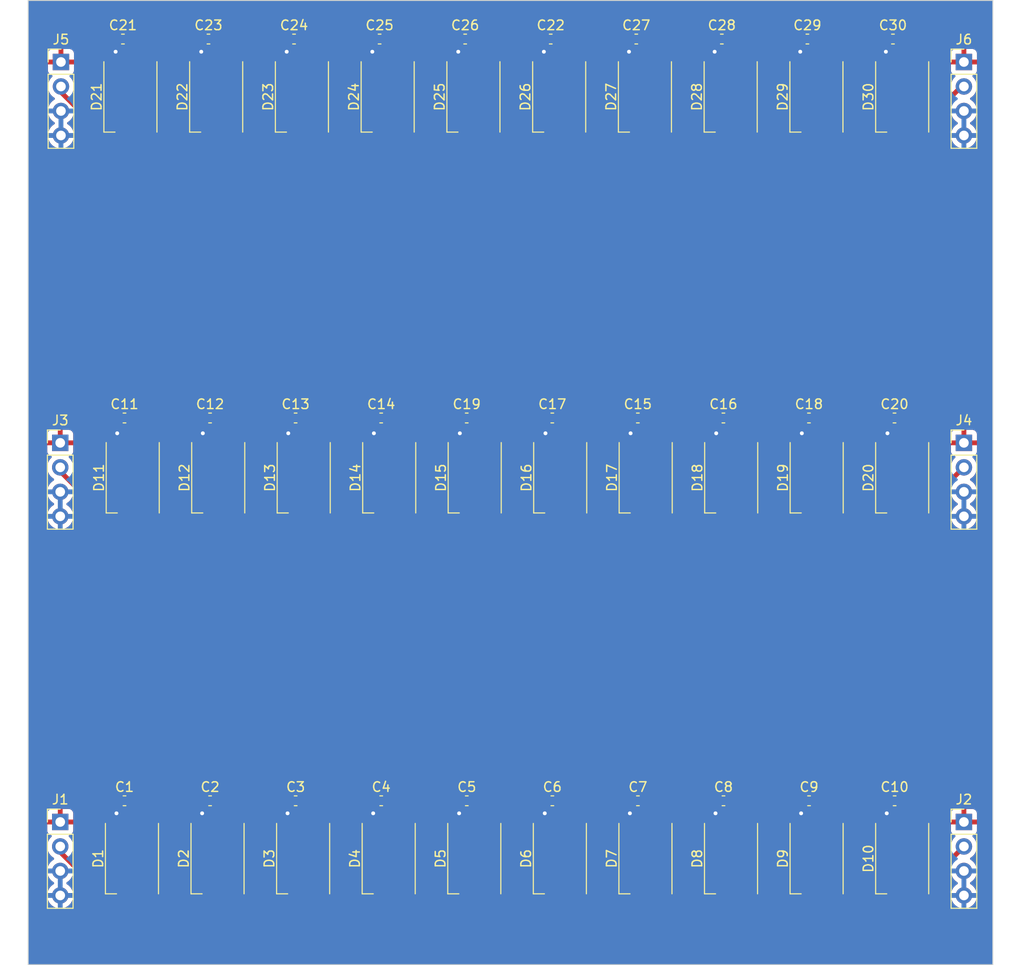
<source format=kicad_pcb>
(kicad_pcb (version 20221018) (generator pcbnew)
  (layers (0 "F.Cu" signal) (31 "B.Cu" signal) (34 "B.Paste" user) (35 "F.Paste" user) (36 "B.SilkS" user "B.Silkscreen") (37 "F.SilkS" user "F.Silkscreen") (38 "B.Mask" user) (39 "F.Mask" user) (44 "Edge.Cuts" user))
  (net 0 "")
  (net 1 "GND")
  (net 2 "/+5V")
  (net 3 "/Din1")
  (net 12 "/Dout1")
  (net 13 "/Dout2")
  (net 14 "/Dout3")
  (net 15 "/Dout4")
  (net 16 "/Dout5")
  (net 17 "/Dout6")
  (net 18 "/Dout7")
  (net 19 "/Dout8")
  (net 20 "/Dout9")
  (net 22 "/Dout10")
  (net 24 "/Dout11")
  (net 26 "/Dout12")
  (net 28 "/Dout13")
  (net 30 "/Dout14")
  (net 32 "/Dout15")
  (net 34 "/Dout16")
  (net 36 "/Dout17")
  (net 38 "/Dout18")
  (net 40 "/Dout19")
  (net 42 "/Dout20")
  (net 44 "/Dout21")
  (net 46 "/Dout22")
  (net 48 "/Dout23")
  (net 50 "/Dout24")
  (net 52 "/Dout25")
  (net 54 "/Dout26")
  (net 56 "/Dout27")
  (net 58 "/Din11")
  (net 59 "/Din21")
  (net 60 "/Dout28")
  (net 62 "/Dout29")
  (net 64 "/Dout30")
  (footprint "LED_SMD:LED_WS2812_PLCC6_5.0x5.0mm_P1.6mm" (layer "F.Cu") (at 190.373333 126 90)
    (fp_text reference "D4")
    (fp_text value "WS2812")
  )
  (footprint "Capacitor_SMD:C_0603_1608Metric" (layer "F.Cu") (at 180.728558 120.002232)
    (fp_text reference "C3")
    (fp_text value "100n")
  )
  (footprint "LED_SMD:LED_WS2812_PLCC6_5.0x5.0mm_P1.6mm" (layer "F.Cu") (at 163.84 86.5 90)
    (fp_text reference "D11")
    (fp_text value "WS2812")
  )
  (footprint "LED_SMD:LED_WS2812_PLCC6_5.0x5.0mm_P1.6mm" (layer "F.Cu") (at 208.15111 86.5 90)
    (fp_text reference "D16")
    (fp_text value "WS2812")
  )
  (footprint "Capacitor_SMD:C_0603_1608Metric" (layer "F.Cu") (at 189.431189 41)
    (fp_text reference "C25")
    (fp_text value "100n")
  )
  (footprint "Capacitor_SMD:C_0603_1608Metric" (layer "F.Cu") (at 233.94728 120.002232)
    (fp_text reference "C9")
    (fp_text value "100n")
  )
  (footprint "LED_SMD:LED_WS2812_PLCC6_5.0x5.0mm_P1.6mm" (layer "F.Cu") (at 181.377776 47 90)
    (fp_text reference "D23")
    (fp_text value "WS2812")
  )
  (footprint "LED_SMD:LED_WS2812_PLCC6_5.0x5.0mm_P1.6mm" (layer "F.Cu") (at 243.6 126 90)
    (fp_text reference "D10")
    (fp_text value "WS2812")
  )
  (footprint "Connector_PinHeader_2.54mm:PinHeader_1x04_P2.54mm_Vertical" (layer "F.Cu") (at 250 82.88)
    (fp_text reference "J4")
    (fp_text value "Conn_01x04_Pin")
  )
  (footprint "LED_SMD:LED_WS2812_PLCC6_5.0x5.0mm_P1.6mm" (layer "F.Cu") (at 225.822216 47 90)
    (fp_text reference "D28")
    (fp_text value "WS2812")
  )
  (footprint "LED_SMD:LED_WS2812_PLCC6_5.0x5.0mm_P1.6mm" (layer "F.Cu") (at 217.013332 86.5 90)
    (fp_text reference "D17")
    (fp_text value "WS2812")
  )
  (footprint "Capacitor_SMD:C_0603_1608Metric" (layer "F.Cu") (at 242.806192 80.3)
    (fp_text reference "C20")
    (fp_text value "100n")
  )
  (footprint "LED_SMD:LED_WS2812_PLCC6_5.0x5.0mm_P1.6mm" (layer "F.Cu") (at 225.875554 86.5 90)
    (fp_text reference "D18")
    (fp_text value "WS2812")
  )
  (footprint "LED_SMD:LED_WS2812_PLCC6_5.0x5.0mm_P1.6mm" (layer "F.Cu") (at 163.6 47 90)
    (fp_text reference "D21")
    (fp_text value "WS2812")
  )
  (footprint "Capacitor_SMD:C_0603_1608Metric" (layer "F.Cu") (at 207.331272 80.3)
    (fp_text reference "C17")
    (fp_text value "100n")
  )
  (footprint "LED_SMD:LED_WS2812_PLCC6_5.0x5.0mm_P1.6mm" (layer "F.Cu") (at 225.857777 126 90)
    (fp_text reference "D8")
    (fp_text value "WS2812")
  )
  (footprint "LED_SMD:LED_WS2812_PLCC6_5.0x5.0mm_P1.6mm" (layer "F.Cu") (at 243.6 86.5 90)
    (fp_text reference "D20")
    (fp_text value "WS2812")
  )
  (footprint "Capacitor_SMD:C_0603_1608Metric" (layer "F.Cu") (at 225.068728 80.3)
    (fp_text reference "C16")
    (fp_text value "100n")
  )
  (footprint "Capacitor_SMD:C_0603_1608Metric" (layer "F.Cu") (at 216.207706 120.002232)
    (fp_text reference "C7")
    (fp_text value "100n")
  )
  (footprint "Connector_PinHeader_2.54mm:PinHeader_1x04_P2.54mm_Vertical" (layer "F.Cu") (at 156.4 43.38)
    (fp_text reference "J5")
    (fp_text value "Conn_01x04_Pin")
  )
  (footprint "LED_SMD:LED_WS2812_PLCC6_5.0x5.0mm_P1.6mm" (layer "F.Cu") (at 172.702222 86.5 90)
    (fp_text reference "D12")
    (fp_text value "WS2812")
  )
  (footprint "LED_SMD:LED_WS2812_PLCC6_5.0x5.0mm_P1.6mm" (layer "F.Cu") (at 216.986666 126 90)
    (fp_text reference "D7")
    (fp_text value "WS2812")
  )
  (footprint "Capacitor_SMD:C_0603_1608Metric" (layer "F.Cu") (at 242.644063 41)
    (fp_text reference "C30")
    (fp_text value "100n")
  )
  (footprint "Capacitor_SMD:C_0603_1608Metric" (layer "F.Cu") (at 171.85636 80.3)
    (fp_text reference "C12")
    (fp_text value "100n")
  )
  (footprint "Connector_PinHeader_2.54mm:PinHeader_1x04_P2.54mm_Vertical" (layer "F.Cu") (at 250 43.38)
    (fp_text reference "J6")
    (fp_text value "Conn_01x04_Pin")
  )
  (footprint "LED_SMD:LED_WS2812_PLCC6_5.0x5.0mm_P1.6mm" (layer "F.Cu") (at 181.564444 86.5 90)
    (fp_text reference "D13")
    (fp_text value "WS2812")
  )
  (footprint "Capacitor_SMD:C_0603_1608Metric" (layer "F.Cu") (at 171.693567 41)
    (fp_text reference "C23")
    (fp_text value "100n")
  )
  (footprint "Capacitor_SMD:C_0603_1608Metric" (layer "F.Cu") (at 198.3 41)
    (fp_text reference "C26")
    (fp_text value "100n")
  )
  (footprint "Connector_PinHeader_2.54mm:PinHeader_1x04_P2.54mm_Vertical" (layer "F.Cu") (at 156.325303 122.2)
    (fp_text reference "J1")
    (fp_text value "Conn_01x04_Pin")
  )
  (footprint "LED_SMD:LED_WS2812_PLCC6_5.0x5.0mm_P1.6mm" (layer "F.Cu") (at 216.933328 47 90)
    (fp_text reference "D27")
    (fp_text value "WS2812")
  )
  (footprint "Capacitor_SMD:C_0603_1608Metric" (layer "F.Cu") (at 189.593816 80.3)
    (fp_text reference "C14")
    (fp_text value "100n")
  )
  (footprint "LED_SMD:LED_WS2812_PLCC6_5.0x5.0mm_P1.6mm" (layer "F.Cu") (at 234.737776 86.5 90)
    (fp_text reference "D19")
    (fp_text value "WS2812")
  )
  (footprint "LED_SMD:LED_WS2812_PLCC6_5.0x5.0mm_P1.6mm" (layer "F.Cu") (at 190.266664 47 90)
    (fp_text reference "D24")
    (fp_text value "WS2812")
  )
  (footprint "Capacitor_SMD:C_0603_1608Metric" (layer "F.Cu") (at 225.077493 120.002232)
    (fp_text reference "C8")
    (fp_text value "100n")
  )
  (footprint "Capacitor_SMD:C_0603_1608Metric" (layer "F.Cu") (at 233.775244 41)
    (fp_text reference "C29")
    (fp_text value "100n")
  )
  (footprint "Capacitor_SMD:C_0603_1608Metric" (layer "F.Cu") (at 207.168811 41)
    (fp_text reference "C22")
    (fp_text value "100n")
  )
  (footprint "Capacitor_SMD:C_0603_1608Metric" (layer "F.Cu") (at 207.337919 120.002232)
    (fp_text reference "C6")
    (fp_text value "100n")
  )
  (footprint "Capacitor_SMD:C_0603_1608Metric" (layer "F.Cu") (at 180.562378 41)
    (fp_text reference "C24")
    (fp_text value "100n")
  )
  (footprint "Capacitor_SMD:C_0603_1608Metric" (layer "F.Cu") (at 198.468132 120.002232)
    (fp_text reference "C5")
    (fp_text value "100n")
  )
  (footprint "Capacitor_SMD:C_0603_1608Metric" (layer "F.Cu") (at 180.725088 80.3)
    (fp_text reference "C13")
    (fp_text value "100n")
  )
  (footprint "LED_SMD:LED_WS2812_PLCC6_5.0x5.0mm_P1.6mm" (layer "F.Cu") (at 234.728888 126 90)
    (fp_text reference "D9")
    (fp_text value "WS2812")
  )
  (footprint "LED_SMD:LED_WS2812_PLCC6_5.0x5.0mm_P1.6mm" (layer "F.Cu") (at 181.502222 126 90)
    (fp_text reference "D3")
    (fp_text value "WS2812")
  )
  (footprint "LED_SMD:LED_WS2812_PLCC6_5.0x5.0mm_P1.6mm" (layer "F.Cu") (at 163.76 126 90)
    (fp_text reference "D1")
    (fp_text value "WS2812")
  )
  (footprint "Connector_PinHeader_2.54mm:PinHeader_1x04_P2.54mm_Vertical" (layer "F.Cu") (at 250 122.2)
    (fp_text reference "J2")
    (fp_text value "Conn_01x04_Pin")
  )
  (footprint "LED_SMD:LED_WS2812_PLCC6_5.0x5.0mm_P1.6mm" (layer "F.Cu") (at 199.155552 47 90)
    (fp_text reference "D25")
    (fp_text value "WS2812")
  )
  (footprint "Capacitor_SMD:C_0603_1608Metric" (layer "F.Cu") (at 242.817075 120.002232)
    (fp_text reference "C10")
    (fp_text value "100n")
  )
  (footprint "LED_SMD:LED_WS2812_PLCC6_5.0x5.0mm_P1.6mm" (layer "F.Cu") (at 208.04444 47 90)
    (fp_text reference "D26")
    (fp_text value "WS2812")
  )
  (footprint "Capacitor_SMD:C_0603_1608Metric" (layer "F.Cu") (at 162.824756 41)
    (fp_text reference "C21")
    (fp_text value "100n")
  )
  (footprint "Capacitor_SMD:C_0603_1608Metric" (layer "F.Cu") (at 198.462544 80.3)
    (fp_text reference "C19")
    (fp_text value "100n")
  )
  (footprint "Capacitor_SMD:C_0603_1608Metric" (layer "F.Cu") (at 189.598345 120.002232)
    (fp_text reference "C4")
    (fp_text value "100n")
  )
  (footprint "Capacitor_SMD:C_0603_1608Metric" (layer "F.Cu") (at 162.988984 120)
    (fp_text reference "C1")
    (fp_text value "100n")
  )
  (footprint "LED_SMD:LED_WS2812_PLCC6_5.0x5.0mm_P1.6mm" (layer "F.Cu") (at 208.115555 126 90)
    (fp_text reference "D6")
    (fp_text value "WS2812")
  )
  (footprint "LED_SMD:LED_WS2812_PLCC6_5.0x5.0mm_P1.6mm" (layer "F.Cu") (at 243.6 47 90)
    (fp_text reference "D30")
    (fp_text value "WS2812")
  )
  (footprint "Connector_PinHeader_2.54mm:PinHeader_1x04_P2.54mm_Vertical" (layer "F.Cu") (at 156.325303 82.88)
    (fp_text reference "J3")
    (fp_text value "Conn_01x04_Pin")
  )
  (footprint "LED_SMD:LED_WS2812_PLCC6_5.0x5.0mm_P1.6mm" (layer "F.Cu") (at 172.488888 47 90)
    (fp_text reference "D22")
    (fp_text value "WS2812")
  )
  (footprint "Capacitor_SMD:C_0603_1608Metric" (layer "F.Cu") (at 233.937456 80.3)
    (fp_text reference "C18")
    (fp_text value "100n")
  )
  (footprint "Capacitor_SMD:C_0603_1608Metric" (layer "F.Cu") (at 171.858771 120.002232)
    (fp_text reference "C2")
    (fp_text value "100n")
  )
  (footprint "LED_SMD:LED_WS2812_PLCC6_5.0x5.0mm_P1.6mm" (layer "F.Cu") (at 199.244444 126 90)
    (fp_text reference "D5")
    (fp_text value "WS2812")
  )
  (footprint "Capacitor_SMD:C_0603_1608Metric" (layer "F.Cu") (at 216.037622 41)
    (fp_text reference "C27")
    (fp_text value "100n")
  )
  (footprint "LED_SMD:LED_WS2812_PLCC6_5.0x5.0mm_P1.6mm" (layer "F.Cu") (at 172.631111 126 90)
    (fp_text reference "D2")
    (fp_text value "WS2812")
  )
  (footprint "Capacitor_SMD:C_0603_1608Metric" (layer "F.Cu") (at 216.2 80.3)
    (fp_text reference "C15")
    (fp_text value "100n")
  )
  (footprint "Capacitor_SMD:C_0603_1608Metric" (layer "F.Cu") (at 162.987632 80.3)
    (fp_text reference "C11")
    (fp_text value "100n")
  )
  (footprint "LED_SMD:LED_WS2812_PLCC6_5.0x5.0mm_P1.6mm" (layer "F.Cu") (at 199.288888 86.5 90)
    (fp_text reference "D15")
    (fp_text value "WS2812")
  )
  (footprint "Capacitor_SMD:C_0603_1608Metric" (layer "F.Cu") (at 224.906433 41)
    (fp_text reference "C28")
    (fp_text value "100n")
  )
  (footprint "LED_SMD:LED_WS2812_PLCC6_5.0x5.0mm_P1.6mm" (layer "F.Cu") (at 190.426666 86.5 90)
    (fp_text reference "D14")
    (fp_text value "WS2812")
  )
  (footprint "LED_SMD:LED_WS2812_PLCC6_5.0x5.0mm_P1.6mm" (layer "F.Cu") (at 234.711104 47 90)
    (fp_text reference "D29")
    (fp_text value "WS2812")
  )
  (gr_rect (start 153 37) (end 253 137) (stroke (width 0.1)) (fill none) (layer "Edge.Cuts"))
  (segment (start 197.747411 80.607758) (end 197.766749 80.58842) (width 0.5) (layer "F.Cu") (net 1))
  (segment (start 206.55 123.515555) (end 206.515555 123.55) (width 0.5) (layer "F.Cu") (net 1))
  (segment (start 170.942272 41.068199) (end 170.993537 41.016934) (width 0.5) (layer "F.Cu") (net 1))
  (segment (start 179.889472 121.300173) (end 179.889472 120.066318) (width 0.5) (layer "F.Cu") (net 1))
  (segment (start 215.447411 81.886361) (end 215.447411 80.647332) (width 0.5) (layer "F.Cu") (net 1))
  (segment (start 197.673794 121.300173) (end 197.673794 123.52065) (width 0.5) (layer "F.Cu") (net 1))
  (segment (start 224.323617 81.886361) (end 224.323617 80.640913) (width 0.5) (layer "F.Cu") (net 1))
  (segment (start 179.963089 80.652506) (end 180.027175 80.58842) (width 0.5) (layer "F.Cu") (net 1))
  (segment (start 215.447411 80.647332) (end 215.506323 80.58842) (width 0.5) (layer "F.Cu") (net 1))
  (segment (start 188.839295 81.886361) (end 188.839295 80.646087) (width 0.5) (layer "F.Cu") (net 1))
  (segment (start 188.765678 121.300173) (end 188.765678 123.542345) (width 0.5) (layer "F.Cu") (net 1))
  (segment (start 224.159766 42.314875) (end 224.159766 44.556925) (width 0.5) (layer "F.Cu") (net 1))
  (segment (start 179.799238 42.314875) (end 179.799238 44.551952) (width 0.5) (layer "F.Cu") (net 1))
  (segment (start 179.799238 41.08102) (end 179.863324 41.016934) (width 0.5) (layer "F.Cu") (net 1))
  (segment (start 188.765678 121.300173) (end 188.765678 120.059899) (width 0.5) (layer "F.Cu") (net 1))
  (segment (start 241.909766 41.059009) (end 241.951841 41.016934) (width 0.5) (layer "F.Cu") (net 1))
  (segment (start 242.073617 81.886361) (end 242.073617 84.136188) (width 0.5) (layer "F.Cu") (net 1))
  (segment (start 188.765678 120.059899) (end 188.823345 120.002232) (width 0.5) (layer "F.Cu") (net 1))
  (segment (start 233.123794 121.300173) (end 233.123794 120.050718) (width 0.5) (layer "F.Cu") (net 1))
  (segment (start 179.889472 121.300173) (end 179.889472 123.53725) (width 0.5) (layer "F.Cu") (net 1))
  (segment (start 224.25 121.300173) (end 224.25 123.542223) (width 0.5) (layer "F.Cu") (net 1))
  (segment (start 215.373794 123.537128) (end 215.386666 123.55) (width 0.5) (layer "F.Cu") (net 1))
  (segment (start 179.889472 123.53725) (end 179.902222 123.55) (width 0.5) (layer "F.Cu") (net 1))
  (segment (start 197.58356 42.314875) (end 197.58356 41.036272) (width 0.5) (layer "F.Cu") (net 1))
  (segment (start 179.963089 81.886361) (end 179.963089 84.123438) (width 0.5) (layer "F.Cu") (net 1))
  (segment (start 215.28356 41.075846) (end 215.342472 41.016934) (width 0.5) (layer "F.Cu") (net 1))
  (segment (start 206.55 121.300173) (end 206.55 120.015151) (width 0.5) (layer "F.Cu") (net 1))
  (segment (start 162.1563 123.5463) (end 162.16 123.55) (width 0.5) (layer "F.Cu") (net 1))
  (segment (start 162.229917 81.886361) (end 162.229917 84.132488) (width 0.5) (layer "F.Cu") (net 1))
  (segment (start 162.229917 80.643872) (end 162.287601 80.586188) (width 0.5) (layer "F.Cu") (net 1))
  (segment (start 162.1563 121.300173) (end 162.1563 123.5463) (width 0.5) (layer "F.Cu") (net 1))
  (segment (start 188.765678 123.542345) (end 188.773333 123.55) (width 0.5) (layer "F.Cu") (net 1))
  (segment (start 188.675444 42.314875) (end 188.675444 41.074601) (width 0.5) (layer "F.Cu") (net 1))
  (segment (start 241.909766 42.314875) (end 241.909766 44.564702) (width 0.5) (layer "F.Cu") (net 1))
  (segment (start 197.747411 81.886361) (end 197.747411 80.607758) (width 0.5) (layer "F.Cu") (net 1))
  (segment (start 162.066066 41.072386) (end 162.12375 41.014702) (width 0.5) (layer "F.Cu") (net 1))
  (segment (start 242.073617 81.886361) (end 242.073617 80.630495) (width 0.5) (layer "F.Cu") (net 1))
  (segment (start 162.066066 42.314875) (end 162.066066 41.072386) (width 0.5) (layer "F.Cu") (net 1))
  (segment (start 197.673794 120.02157) (end 197.693132 120.002232) (width 0.5) (layer "F.Cu") (net 1))
  (segment (start 162.1563 120.057684) (end 162.213984 120) (width 0.5) (layer "F.Cu") (net 1))
  (segment (start 233.03356 41.06542) (end 233.082046 41.016934) (width 0.5) (layer "F.Cu") (net 1))
  (segment (start 215.373794 120.061144) (end 215.432706 120.002232) (width 0.5) (layer "F.Cu") (net 1))
  (segment (start 215.447411 81.886361) (end 215.447411 84.123316) (width 0.5) (layer "F.Cu") (net 1))
  (segment (start 233.123794 121.300173) (end 233.123794 123.544906) (width 0.5) (layer "F.Cu") (net 1))
  (segment (start 206.459766 42.314875) (end 206.459766 41.029853) (width 0.5) (layer "F.Cu") (net 1))
  (segment (start 242 120.044307) (end 242.042075 120.002232) (width 0.5) (layer "F.Cu") (net 1))
  (segment (start 206.459766 41.029853) (end 206.472685 41.016934) (width 0.5) (layer "F.Cu") (net 1))
  (segment (start 241.909766 42.314875) (end 241.909766 41.059009) (width 0.5) (layer "F.Cu") (net 1))
  (segment (start 233.123794 123.544906) (end 233.128888 123.55) (width 0.5) (layer "F.Cu") (net 1))
  (segment (start 224.25 123.542223) (end 224.257777 123.55) (width 0.5) (layer "F.Cu") (net 1))
  (segment (start 162.066066 42.314875) (end 162.066066 44.561002) (width 0.5) (layer "F.Cu") (net 1))
  (segment (start 224.323617 80.640913) (end 224.37611 80.58842) (width 0.5) (layer "F.Cu") (net 1))
  (segment (start 171.032506 121.300173) (end 171.032506 123.548605) (width 0.5) (layer "F.Cu") (net 1))
  (segment (start 224.159766 41.069427) (end 224.212259 41.016934) (width 0.5) (layer "F.Cu") (net 1))
  (segment (start 179.799238 42.314875) (end 179.799238 41.08102) (width 0.5) (layer "F.Cu") (net 1))
  (segment (start 233.197411 80.636906) (end 233.245897 80.58842) (width 0.5) (layer "F.Cu") (net 1))
  (segment (start 233.03356 42.314875) (end 233.03356 44.559608) (width 0.5) (layer "F.Cu") (net 1))
  (segment (start 171.106123 81.886361) (end 171.106123 84.134793) (width 0.5) (layer "F.Cu") (net 1))
  (segment (start 233.197411 81.886361) (end 233.197411 84.131094) (width 0.5) (layer "F.Cu") (net 1))
  (segment (start 162.229917 81.886361) (end 162.229917 80.643872) (width 0.5) (layer "F.Cu") (net 1))
  (segment (start 215.373794 121.300173) (end 215.373794 120.061144) (width 0.5) (layer "F.Cu") (net 1))
  (segment (start 206.623617 81.886361) (end 206.623617 80.601339) (width 0.5) (layer "F.Cu") (net 1))
  (segment (start 224.25 120.054725) (end 224.302493 120.002232) (width 0.5) (layer "F.Cu") (net 1))
  (segment (start 179.889472 120.066318) (end 179.953558 120.002232) (width 0.5) (layer "F.Cu") (net 1))
  (segment (start 215.373794 121.300173) (end 215.373794 123.537128) (width 0.5) (layer "F.Cu") (net 1))
  (segment (start 170.942272 42.314875) (end 170.942272 44.563307) (width 0.5) (layer "F.Cu") (net 1))
  (segment (start 242 121.300173) (end 242 120.044307) (width 0.5) (layer "F.Cu") (net 1))
  (segment (start 188.839295 80.646087) (end 188.896962 80.58842) (width 0.5) (layer "F.Cu") (net 1))
  (segment (start 206.459766 42.314875) (end 206.459766 44.530257) (width 0.5) (layer "F.Cu") (net 1))
  (segment (start 179.963089 81.886361) (end 179.963089 80.652506) (width 0.5) (layer "F.Cu") (net 1))
  (segment (start 162.1563 121.300173) (end 162.1563 120.057684) (width 0.5) (layer "F.Cu") (net 1))
  (segment (start 224.323617 81.886361) (end 224.323617 84.128411) (width 0.5) (layer "F.Cu") (net 1))
  (segment (start 171.032506 123.548605) (end 171.031111 123.55) (width 0.5) (layer "F.Cu") (net 1))
  (segment (start 171.032506 120.053497) (end 171.083771 120.002232) (width 0.5) (layer "F.Cu") (net 1))
  (segment (start 197.58356 42.314875) (end 197.58356 44.535352) (width 0.5) (layer "F.Cu") (net 1))
  (segment (start 233.197411 81.886361) (end 233.197411 80.636906) (width 0.5) (layer "F.Cu") (net 1))
  (segment (start 242 121.300173) (end 242 123.55) (width 0.5) (layer "F.Cu") (net 1))
  (segment (start 171.106123 81.886361) (end 171.106123 80.639685) (width 0.5) (layer "F.Cu") (net 1))
  (segment (start 224.25 121.300173) (end 224.25 120.054725) (width 0.5) (layer "F.Cu") (net 1))
  (segment (start 206.55 121.300173) (end 206.55 123.515555) (width 0.5) (layer "F.Cu") (net 1))
  (segment (start 224.159766 42.314875) (end 224.159766 41.069427) (width 0.5) (layer "F.Cu") (net 1))
  (segment (start 233.123794 120.050718) (end 233.17228 120.002232) (width 0.5) (layer "F.Cu") (net 1))
  (segment (start 171.032506 121.300173) (end 171.032506 120.053497) (width 0.5) (layer "F.Cu") (net 1))
  (segment (start 188.675444 41.074601) (end 188.733111 41.016934) (width 0.5) (layer "F.Cu") (net 1))
  (segment (start 197.673794 121.300173) (end 197.673794 120.02157) (width 0.5) (layer "F.Cu") (net 1))
  (segment (start 215.28356 42.314875) (end 215.28356 41.075846) (width 0.5) (layer "F.Cu") (net 1))
  (segment (start 233.03356 42.314875) (end 233.03356 41.06542) (width 0.5) (layer "F.Cu") (net 1))
  (segment (start 188.675444 42.314875) (end 188.675444 44.557047) (width 0.5) (layer "F.Cu") (net 1))
  (segment (start 197.673794 123.52065) (end 197.644444 123.55) (width 0.5) (layer "F.Cu") (net 1))
  (segment (start 206.623617 80.601339) (end 206.636536 80.58842) (width 0.5) (layer "F.Cu") (net 1))
  (segment (start 197.747411 81.886361) (end 197.747411 84.106838) (width 0.5) (layer "F.Cu") (net 1))
  (segment (start 197.58356 41.036272) (end 197.602898 41.016934) (width 0.5) (layer "F.Cu") (net 1))
  (segment (start 188.839295 81.886361) (end 188.839295 84.128533) (width 0.5) (layer "F.Cu") (net 1))
  (segment (start 206.623617 81.886361) (end 206.623617 84.101743) (width 0.5) (layer "F.Cu") (net 1))
  (segment (start 215.28356 42.314875) (end 215.28356 44.55183) (width 0.5) (layer "F.Cu") (net 1))
  (segment (start 206.55 120.015151) (end 206.562919 120.002232) (width 0.5) (layer "F.Cu") (net 1))
  (segment (start 170.942272 42.314875) (end 170.942272 41.068199) (width 0.5) (layer "F.Cu") (net 1))
  (segment (start 171.106123 80.639685) (end 171.157388 80.58842) (width 0.5) (layer "F.Cu") (net 1))
  (segment (start 242.073617 80.630495) (end 242.115692 80.58842) (width 0.5) (layer "F.Cu") (net 1))
  (via (at 188.765678 121.300173) (size 0.8) (drill 0.4) (layers "F.Cu" "B.Cu") (net 1))
  (via (at 170.942272 42.314875) (size 0.8) (drill 0.4) (layers "F.Cu" "B.Cu") (net 1))
  (via (at 215.28356 42.314875) (size 0.8) (drill 0.4) (layers "F.Cu" "B.Cu") (net 1))
  (via (at 171.106123 81.886361) (size 0.8) (drill 0.4) (layers "F.Cu" "B.Cu") (net 1))
  (via (at 206.459766 42.314875) (size 0.8) (drill 0.4) (layers "F.Cu" "B.Cu") (net 1))
  (via (at 162.229917 81.886361) (size 0.8) (drill 0.4) (layers "F.Cu" "B.Cu") (net 1))
  (via (at 179.889472 121.300173) (size 0.8) (drill 0.4) (layers "F.Cu" "B.Cu") (net 1))
  (via (at 179.963089 81.886361) (size 0.8) (drill 0.4) (layers "F.Cu" "B.Cu") (net 1))
  (via (at 233.03356 42.314875) (size 0.8) (drill 0.4) (layers "F.Cu" "B.Cu") (net 1))
  (via (at 215.373794 121.300173) (size 0.8) (drill 0.4) (layers "F.Cu" "B.Cu") (net 1))
  (via (at 197.673794 121.300173) (size 0.8) (drill 0.4) (layers "F.Cu" "B.Cu") (net 1))
  (via (at 224.25 121.300173) (size 0.8) (drill 0.4) (layers "F.Cu" "B.Cu") (net 1))
  (via (at 241.909766 42.314875) (size 0.8) (drill 0.4) (layers "F.Cu" "B.Cu") (net 1))
  (via (at 215.447411 81.886361) (size 0.8) (drill 0.4) (layers "F.Cu" "B.Cu") (net 1))
  (via (at 224.159766 42.314875) (size 0.8) (drill 0.4) (layers "F.Cu" "B.Cu") (net 1))
  (via (at 197.58356 42.314875) (size 0.8) (drill 0.4) (layers "F.Cu" "B.Cu") (net 1))
  (via (at 188.839295 81.886361) (size 0.8) (drill 0.4) (layers "F.Cu" "B.Cu") (net 1))
  (via (at 162.1563 121.300173) (size 0.8) (drill 0.4) (layers "F.Cu" "B.Cu") (net 1))
  (via (at 242 121.300173) (size 0.8) (drill 0.4) (layers "F.Cu" "B.Cu") (net 1))
  (via (at 224.323617 81.886361) (size 0.8) (drill 0.4) (layers "F.Cu" "B.Cu") (net 1))
  (via (at 197.747411 81.886361) (size 0.8) (drill 0.4) (layers "F.Cu" "B.Cu") (net 1))
  (via (at 162.066066 42.314875) (size 0.8) (drill 0.4) (layers "F.Cu" "B.Cu") (net 1))
  (via (at 171.032506 121.300173) (size 0.8) (drill 0.4) (layers "F.Cu" "B.Cu") (net 1))
  (via (at 242.073617 81.886361) (size 0.8) (drill 0.4) (layers "F.Cu" "B.Cu") (net 1))
  (via (at 206.623617 81.886361) (size 0.8) (drill 0.4) (layers "F.Cu" "B.Cu") (net 1))
  (via (at 179.799238 42.314875) (size 0.8) (drill 0.4) (layers "F.Cu" "B.Cu") (net 1))
  (via (at 233.123794 121.300173) (size 0.8) (drill 0.4) (layers "F.Cu" "B.Cu") (net 1))
  (via (at 206.55 121.300173) (size 0.8) (drill 0.4) (layers "F.Cu" "B.Cu") (net 1))
  (via (at 188.675444 42.314875) (size 0.8) (drill 0.4) (layers "F.Cu" "B.Cu") (net 1))
  (via (at 233.197411 81.886361) (size 0.8) (drill 0.4) (layers "F.Cu" "B.Cu") (net 1))
  (segment (start 217.060283 80.59238) (end 217.056323 80.58842) (width 0.5) (layer "F.Cu") (net 2))
  (segment (start 225.931394 80.593704) (end 225.92611 80.58842) (width 0.5) (layer "F.Cu") (net 2))
  (segment (start 225.857777 120.007516) (end 225.852493 120.002232) (width 0.5) (layer "F.Cu") (net 2))
  (segment (start 181.503558 123.548664) (end 181.502222 123.55) (width 0.5) (layer "F.Cu") (net 2))
  (segment (start 225.857777 123.55) (end 225.857777 120.007516) (width 0.5) (layer "F.Cu") (net 2))
  (segment (start 208.112919 123.547364) (end 208.115555 123.55) (width 0.5) (layer "F.Cu") (net 2))
  (segment (start 172.707388 80.58842) (end 172.707388 84.133528) (width 0.5) (layer "F.Cu") (net 2))
  (segment (start 172.633771 120.002232) (end 172.633771 123.54734) (width 0.5) (layer "F.Cu") (net 2))
  (segment (start 234.728888 123.55) (end 234.728888 120.00884) (width 0.5) (layer "F.Cu") (net 2))
  (segment (start 172.543537 41.016934) (end 172.543537 44.562042) (width 0.5) (layer "F.Cu") (net 2))
  (segment (start 208.186536 80.58842) (end 208.186536 84.133552) (width 0.5) (layer "F.Cu") (net 2))
  (segment (start 234.638654 44.564702) (end 234.638654 41.023542) (width 0.5) (layer "F.Cu") (net 2))
  (segment (start 234.802505 84.136188) (end 234.802505 80.595028) (width 0.5) (layer "F.Cu") (net 2))
  (segment (start 217.060283 84.136188) (end 217.060283 80.59238) (width 0.5) (layer "F.Cu") (net 2))
  (segment (start 243.509766 41.024859) (end 243.501841 41.016934) (width 0.5) (layer "F.Cu") (net 2))
  (segment (start 216.986666 123.55) (end 216.986666 120.006192) (width 0.5) (layer "F.Cu") (net 2))
  (segment (start 181.577175 80.58842) (end 181.577175 84.134852) (width 0.5) (layer "F.Cu") (net 2))
  (segment (start 181.413324 41.016934) (end 181.413324 44.563366) (width 0.5) (layer "F.Cu") (net 2))
  (segment (start 199.243132 123.548688) (end 199.244444 123.55) (width 0.5) (layer "F.Cu") (net 2))
  (segment (start 163.837601 80.586188) (end 163.837601 84.132204) (width 0.5) (layer "F.Cu") (net 2))
  (segment (start 243.6 123.55) (end 243.6 120.010157) (width 0.5) (layer "F.Cu") (net 2))
  (segment (start 199.316749 80.58842) (end 199.316749 84.134876) (width 0.5) (layer "F.Cu") (net 2))
  (segment (start 190.446962 80.58842) (end 190.446962 84.136176) (width 0.5) (layer "F.Cu") (net 2))
  (segment (start 181.503558 120.002232) (end 181.503558 123.548664) (width 0.5) (layer "F.Cu") (net 2))
  (segment (start 163.763984 120) (end 163.763984 123.546016) (width 0.5) (layer "F.Cu") (net 2))
  (segment (start 216.896432 41.020894) (end 216.892472 41.016934) (width 0.5) (layer "F.Cu") (net 2))
  (segment (start 190.373345 123.549988) (end 190.373333 123.55) (width 0.5) (layer "F.Cu") (net 2))
  (segment (start 243.509766 44.564702) (end 243.509766 41.024859) (width 0.5) (layer "F.Cu") (net 2))
  (segment (start 190.373345 120.002232) (end 190.373345 123.549988) (width 0.5) (layer "F.Cu") (net 2))
  (segment (start 208.112919 120.002232) (end 208.112919 123.547364) (width 0.5) (layer "F.Cu") (net 2))
  (segment (start 225.767543 41.022218) (end 225.762259 41.016934) (width 0.5) (layer "F.Cu") (net 2))
  (segment (start 163.763984 123.546016) (end 163.76 123.55) (width 0.5) (layer "F.Cu") (net 2))
  (segment (start 172.633771 123.54734) (end 172.631111 123.55) (width 0.5) (layer "F.Cu") (net 2))
  (segment (start 243.673617 84.136188) (end 243.673617 80.596345) (width 0.5) (layer "F.Cu") (net 2))
  (segment (start 199.243132 120.002232) (end 199.243132 123.548688) (width 0.5) (layer "F.Cu") (net 2))
  (segment (start 199.152898 41.016934) (end 199.152898 44.56339) (width 0.5) (layer "F.Cu") (net 2))
  (segment (start 190.283111 41.016934) (end 190.283111 44.56469) (width 0.5) (layer "F.Cu") (net 2))
  (segment (start 208.022685 41.016934) (end 208.022685 44.562066) (width 0.5) (layer "F.Cu") (net 2))
  (segment (start 234.638654 41.023542) (end 234.632046 41.016934) (width 0.5) (layer "F.Cu") (net 2))
  (segment (start 234.802505 80.595028) (end 234.795897 80.58842) (width 0.5) (layer "F.Cu") (net 2))
  (segment (start 234.728888 120.00884) (end 234.72228 120.002232) (width 0.5) (layer "F.Cu") (net 2))
  (segment (start 225.931394 84.136188) (end 225.931394 80.593704) (width 0.5) (layer "F.Cu") (net 2))
  (segment (start 163.67375 41.014702) (end 163.67375 44.560718) (width 0.5) (layer "F.Cu") (net 2))
  (segment (start 243.6 120.010157) (end 243.592075 120.002232) (width 0.5) (layer "F.Cu") (net 2))
  (segment (start 216.986666 120.006192) (end 216.982706 120.002232) (width 0.5) (layer "F.Cu") (net 2))
  (segment (start 243.673617 80.596345) (end 243.665692 80.58842) (width 0.5) (layer "F.Cu") (net 2))
  (segment (start 225.767543 44.564702) (end 225.767543 41.022218) (width 0.5) (layer "F.Cu") (net 2))
  (segment (start 216.896432 44.564702) (end 216.896432 41.020894) (width 0.5) (layer "F.Cu") (net 2))
  (segment (start 161 130) (end 156.325303 125.325303) (width 0.5) (layer "F.Cu") (net 3))
  (segment (start 163.76 128.45) (end 163.76 129) (width 0.5) (layer "F.Cu") (net 3))
  (segment (start 156.325303 125.325303) (end 156.325303 124.74) (width 0.5) (layer "F.Cu") (net 3))
  (segment (start 163.76 129) (end 162.76 130) (width 0.5) (layer "F.Cu") (net 3))
  (segment (start 162.76 130) (end 161 130) (width 0.5) (layer "F.Cu") (net 3))
  (segment (start 163 127) (end 166.06 127) (width 0.5) (layer "F.Cu") (net 12))
  (segment (start 169.06 130) (end 171.631111 130) (width 0.5) (layer "F.Cu") (net 12))
  (segment (start 162.16 127.84) (end 163 127) (width 0.5) (layer "F.Cu") (net 12))
  (segment (start 162.16 128.45) (end 162.16 127.84) (width 0.5) (layer "F.Cu") (net 12))
  (segment (start 166.06 127) (end 169.06 130) (width 0.5) (layer "F.Cu") (net 12))
  (segment (start 171.631111 130) (end 172.631111 129) (width 0.5) (layer "F.Cu") (net 12))
  (segment (start 172.631111 129) (end 172.631111 128.45) (width 0.5) (layer "F.Cu") (net 12))
  (segment (start 171.89 127) (end 174.95 127) (width 0.5) (layer "F.Cu") (net 13))
  (segment (start 171.05 127.84) (end 171.89 127) (width 0.5) (layer "F.Cu") (net 13))
  (segment (start 171.05 128.45) (end 171.05 127.84) (width 0.5) (layer "F.Cu") (net 13))
  (segment (start 177.95 130) (end 180.521111 130) (width 0.5) (layer "F.Cu") (net 13))
  (segment (start 181.521111 129) (end 181.521111 128.45) (width 0.5) (layer "F.Cu") (net 13))
  (segment (start 174.95 127) (end 177.95 130) (width 0.5) (layer "F.Cu") (net 13))
  (segment (start 180.521111 130) (end 181.521111 129) (width 0.5) (layer "F.Cu") (net 13))
  (segment (start 179.888889 128.425) (end 179.888889 127.815) (width 0.5) (layer "F.Cu") (net 14))
  (segment (start 180.728889 126.975) (end 183.788889 126.975) (width 0.5) (layer "F.Cu") (net 14))
  (segment (start 186.788889 129.975) (end 189.36 129.975) (width 0.5) (layer "F.Cu") (net 14))
  (segment (start 190.36 128.975) (end 190.36 128.425) (width 0.5) (layer "F.Cu") (net 14))
  (segment (start 189.36 129.975) (end 190.36 128.975) (width 0.5) (layer "F.Cu") (net 14))
  (segment (start 183.788889 126.975) (end 186.788889 129.975) (width 0.5) (layer "F.Cu") (net 14))
  (segment (start 179.888889 127.815) (end 180.728889 126.975) (width 0.5) (layer "F.Cu") (net 14))
  (segment (start 188.778889 127.815) (end 189.618889 126.975) (width 0.5) (layer "F.Cu") (net 15))
  (segment (start 195.678889 129.975) (end 198.25 129.975) (width 0.5) (layer "F.Cu") (net 15))
  (segment (start 189.618889 126.975) (end 192.678889 126.975) (width 0.5) (layer "F.Cu") (net 15))
  (segment (start 192.678889 126.975) (end 195.678889 129.975) (width 0.5) (layer "F.Cu") (net 15))
  (segment (start 198.25 129.975) (end 199.25 128.975) (width 0.5) (layer "F.Cu") (net 15))
  (segment (start 188.778889 128.425) (end 188.778889 127.815) (width 0.5) (layer "F.Cu") (net 15))
  (segment (start 199.25 128.975) (end 199.25 128.425) (width 0.5) (layer "F.Cu") (net 15))
  (segment (start 204.538889 130.025) (end 207.11 130.025) (width 0.5) (layer "F.Cu") (net 16))
  (segment (start 197.638889 128.475) (end 197.638889 127.865) (width 0.5) (layer "F.Cu") (net 16))
  (segment (start 198.478889 127.025) (end 201.538889 127.025) (width 0.5) (layer "F.Cu") (net 16))
  (segment (start 207.11 130.025) (end 208.11 129.025) (width 0.5) (layer "F.Cu") (net 16))
  (segment (start 208.11 129.025) (end 208.11 128.475) (width 0.5) (layer "F.Cu") (net 16))
  (segment (start 201.538889 127.025) (end 204.538889 130.025) (width 0.5) (layer "F.Cu") (net 16))
  (segment (start 197.638889 127.865) (end 198.478889 127.025) (width 0.5) (layer "F.Cu") (net 16))
  (segment (start 213.428889 130.025) (end 216 130.025) (width 0.5) (layer "F.Cu") (net 17))
  (segment (start 217 129.025) (end 217 128.475) (width 0.5) (layer "F.Cu") (net 17))
  (segment (start 206.528889 128.475) (end 206.528889 127.865) (width 0.5) (layer "F.Cu") (net 17))
  (segment (start 206.528889 127.865) (end 207.368889 127.025) (width 0.5) (layer "F.Cu") (net 17))
  (segment (start 216 130.025) (end 217 129.025) (width 0.5) (layer "F.Cu") (net 17))
  (segment (start 210.428889 127.025) (end 213.428889 130.025) (width 0.5) (layer "F.Cu") (net 17))
  (segment (start 207.368889 127.025) (end 210.428889 127.025) (width 0.5) (layer "F.Cu") (net 17))
  (segment (start 222.288889 129.975) (end 224.86 129.975) (width 0.5) (layer "F.Cu") (net 18))
  (segment (start 215.388889 127.815) (end 216.228889 126.975) (width 0.5) (layer "F.Cu") (net 18))
  (segment (start 219.288889 126.975) (end 222.288889 129.975) (width 0.5) (layer "F.Cu") (net 18))
  (segment (start 215.388889 128.425) (end 215.388889 127.815) (width 0.5) (layer "F.Cu") (net 18))
  (segment (start 216.228889 126.975) (end 219.288889 126.975) (width 0.5) (layer "F.Cu") (net 18))
  (segment (start 224.86 129.975) (end 225.86 128.975) (width 0.5) (layer "F.Cu") (net 18))
  (segment (start 225.86 128.975) (end 225.86 128.425) (width 0.5) (layer "F.Cu") (net 18))
  (segment (start 234.75 128.975) (end 234.75 128.425) (width 0.5) (layer "F.Cu") (net 19))
  (segment (start 231.178889 129.975) (end 233.75 129.975) (width 0.5) (layer "F.Cu") (net 19))
  (segment (start 228.178889 126.975) (end 231.178889 129.975) (width 0.5) (layer "F.Cu") (net 19))
  (segment (start 224.278889 128.425) (end 224.278889 127.815) (width 0.5) (layer "F.Cu") (net 19))
  (segment (start 233.75 129.975) (end 234.75 128.975) (width 0.5) (layer "F.Cu") (net 19))
  (segment (start 224.278889 127.815) (end 225.118889 126.975) (width 0.5) (layer "F.Cu") (net 19))
  (segment (start 225.118889 126.975) (end 228.178889 126.975) (width 0.5) (layer "F.Cu") (net 19))
  (segment (start 233.138889 127.815) (end 233.978889 126.975) (width 0.5) (layer "F.Cu") (net 20))
  (segment (start 240.038889 129.975) (end 242.61 129.975) (width 0.5) (layer "F.Cu") (net 20))
  (segment (start 243.61 128.975) (end 243.61 128.425) (width 0.5) (layer "F.Cu") (net 20))
  (segment (start 233.138889 128.425) (end 233.138889 127.815) (width 0.5) (layer "F.Cu") (net 20))
  (segment (start 237.038889 126.975) (end 240.038889 129.975) (width 0.5) (layer "F.Cu") (net 20))
  (segment (start 242.61 129.975) (end 243.61 128.975) (width 0.5) (layer "F.Cu") (net 20))
  (segment (start 233.978889 126.975) (end 237.038889 126.975) (width 0.5) (layer "F.Cu") (net 20))
  (segment (start 242 128.45) (end 242 127.9) (width 0.5) (layer "F.Cu") (net 22))
  (segment (start 242 127.9) (end 242.65 127.25) (width 0.5) (layer "F.Cu") (net 22))
  (segment (start 247.49 127.25) (end 250 124.74) (width 0.5) (layer "F.Cu") (net 22))
  (segment (start 242.65 127.25) (end 247.49 127.25) (width 0.5) (layer "F.Cu") (net 22))
  (segment (start 166.133617 87.586188) (end 169.133617 90.586188) (width 0.5) (layer "F.Cu") (net 24))
  (segment (start 171.704728 90.586188) (end 172.704728 89.586188) (width 0.5) (layer "F.Cu") (net 24))
  (segment (start 162.233617 88.426188) (end 163.073617 87.586188) (width 0.5) (layer "F.Cu") (net 24))
  (segment (start 169.133617 90.586188) (end 171.704728 90.586188) (width 0.5) (layer "F.Cu") (net 24))
  (segment (start 162.233617 89.036188) (end 162.233617 88.426188) (width 0.5) (layer "F.Cu") (net 24))
  (segment (start 163.073617 87.586188) (end 166.133617 87.586188) (width 0.5) (layer "F.Cu") (net 24))
  (segment (start 172.704728 89.586188) (end 172.704728 89.036188) (width 0.5) (layer "F.Cu") (net 24))
  (segment (start 181.594728 89.586188) (end 181.594728 89.036188) (width 0.5) (layer "F.Cu") (net 26))
  (segment (start 175.023617 87.586188) (end 178.023617 90.586188) (width 0.5) (layer "F.Cu") (net 26))
  (segment (start 171.963617 87.586188) (end 175.023617 87.586188) (width 0.5) (layer "F.Cu") (net 26))
  (segment (start 171.123617 88.426188) (end 171.963617 87.586188) (width 0.5) (layer "F.Cu") (net 26))
  (segment (start 178.023617 90.586188) (end 180.594728 90.586188) (width 0.5) (layer "F.Cu") (net 26))
  (segment (start 171.123617 89.036188) (end 171.123617 88.426188) (width 0.5) (layer "F.Cu") (net 26))
  (segment (start 180.594728 90.586188) (end 181.594728 89.586188) (width 0.5) (layer "F.Cu") (net 26))
  (segment (start 190.433617 89.561188) (end 190.433617 89.011188) (width 0.5) (layer "F.Cu") (net 28))
  (segment (start 179.962506 89.011188) (end 179.962506 88.401188) (width 0.5) (layer "F.Cu") (net 28))
  (segment (start 180.802506 87.561188) (end 183.862506 87.561188) (width 0.5) (layer "F.Cu") (net 28))
  (segment (start 189.433617 90.561188) (end 190.433617 89.561188) (width 0.5) (layer "F.Cu") (net 28))
  (segment (start 183.862506 87.561188) (end 186.862506 90.561188) (width 0.5) (layer "F.Cu") (net 28))
  (segment (start 179.962506 88.401188) (end 180.802506 87.561188) (width 0.5) (layer "F.Cu") (net 28))
  (segment (start 186.862506 90.561188) (end 189.433617 90.561188) (width 0.5) (layer "F.Cu") (net 28))
  (segment (start 189.692506 87.561188) (end 192.752506 87.561188) (width 0.5) (layer "F.Cu") (net 30))
  (segment (start 195.752506 90.561188) (end 198.323617 90.561188) (width 0.5) (layer "F.Cu") (net 30))
  (segment (start 188.852506 88.401188) (end 189.692506 87.561188) (width 0.5) (layer "F.Cu") (net 30))
  (segment (start 188.852506 89.011188) (end 188.852506 88.401188) (width 0.5) (layer "F.Cu") (net 30))
  (segment (start 192.752506 87.561188) (end 195.752506 90.561188) (width 0.5) (layer "F.Cu") (net 30))
  (segment (start 199.323617 89.561188) (end 199.323617 89.011188) (width 0.5) (layer "F.Cu") (net 30))
  (segment (start 198.323617 90.561188) (end 199.323617 89.561188) (width 0.5) (layer "F.Cu") (net 30))
  (segment (start 197.712506 89.061188) (end 197.712506 88.451188) (width 0.5) (layer "F.Cu") (net 32))
  (segment (start 208.183617 89.611188) (end 208.183617 89.061188) (width 0.5) (layer "F.Cu") (net 32))
  (segment (start 207.183617 90.611188) (end 208.183617 89.611188) (width 0.5) (layer "F.Cu") (net 32))
  (segment (start 201.612506 87.611188) (end 204.612506 90.611188) (width 0.5) (layer "F.Cu") (net 32))
  (segment (start 198.552506 87.611188) (end 201.612506 87.611188) (width 0.5) (layer "F.Cu") (net 32))
  (segment (start 197.712506 88.451188) (end 198.552506 87.611188) (width 0.5) (layer "F.Cu") (net 32))
  (segment (start 204.612506 90.611188) (end 207.183617 90.611188) (width 0.5) (layer "F.Cu") (net 32))
  (segment (start 210.502506 87.611188) (end 213.502506 90.611188) (width 0.5) (layer "F.Cu") (net 34))
  (segment (start 216.073617 90.611188) (end 217.073617 89.611188) (width 0.5) (layer "F.Cu") (net 34))
  (segment (start 213.502506 90.611188) (end 216.073617 90.611188) (width 0.5) (layer "F.Cu") (net 34))
  (segment (start 217.073617 89.611188) (end 217.073617 89.061188) (width 0.5) (layer "F.Cu") (net 34))
  (segment (start 206.602506 88.451188) (end 207.442506 87.611188) (width 0.5) (layer "F.Cu") (net 34))
  (segment (start 206.602506 89.061188) (end 206.602506 88.451188) (width 0.5) (layer "F.Cu") (net 34))
  (segment (start 207.442506 87.611188) (end 210.502506 87.611188) (width 0.5) (layer "F.Cu") (net 34))
  (segment (start 222.362506 90.561188) (end 224.933617 90.561188) (width 0.5) (layer "F.Cu") (net 36))
  (segment (start 224.933617 90.561188) (end 225.933617 89.561188) (width 0.5) (layer "F.Cu") (net 36))
  (segment (start 215.462506 88.401188) (end 216.302506 87.561188) (width 0.5) (layer "F.Cu") (net 36))
  (segment (start 219.362506 87.561188) (end 222.362506 90.561188) (width 0.5) (layer "F.Cu") (net 36))
  (segment (start 216.302506 87.561188) (end 219.362506 87.561188) (width 0.5) (layer "F.Cu") (net 36))
  (segment (start 225.933617 89.561188) (end 225.933617 89.011188) (width 0.5) (layer "F.Cu") (net 36))
  (segment (start 215.462506 89.011188) (end 215.462506 88.401188) (width 0.5) (layer "F.Cu") (net 36))
  (segment (start 228.252506 87.561188) (end 231.252506 90.561188) (width 0.5) (layer "F.Cu") (net 38))
  (segment (start 231.252506 90.561188) (end 233.823617 90.561188) (width 0.5) (layer "F.Cu") (net 38))
  (segment (start 233.823617 90.561188) (end 234.823617 89.561188) (width 0.5) (layer "F.Cu") (net 38))
  (segment (start 224.352506 88.401188) (end 225.192506 87.561188) (width 0.5) (layer "F.Cu") (net 38))
  (segment (start 225.192506 87.561188) (end 228.252506 87.561188) (width 0.5) (layer "F.Cu") (net 38))
  (segment (start 224.352506 89.011188) (end 224.352506 88.401188) (width 0.5) (layer "F.Cu") (net 38))
  (segment (start 234.823617 89.561188) (end 234.823617 89.011188) (width 0.5) (layer "F.Cu") (net 38))
  (segment (start 233.212506 89.011188) (end 233.212506 88.401188) (width 0.5) (layer "F.Cu") (net 40))
  (segment (start 233.212506 88.401188) (end 234.052506 87.561188) (width 0.5) (layer "F.Cu") (net 40))
  (segment (start 237.112506 87.561188) (end 240.112506 90.561188) (width 0.5) (layer "F.Cu") (net 40))
  (segment (start 240.112506 90.561188) (end 242.683617 90.561188) (width 0.5) (layer "F.Cu") (net 40))
  (segment (start 234.052506 87.561188) (end 237.112506 87.561188) (width 0.5) (layer "F.Cu") (net 40))
  (segment (start 242.683617 90.561188) (end 243.683617 89.561188) (width 0.5) (layer "F.Cu") (net 40))
  (segment (start 243.683617 89.561188) (end 243.683617 89.011188) (width 0.5) (layer "F.Cu") (net 40))
  (segment (start 242.073617 88.486188) (end 242.723617 87.836188) (width 0.5) (layer "F.Cu") (net 42))
  (segment (start 242.723617 87.836188) (end 247.563617 87.836188) (width 0.5) (layer "F.Cu") (net 42))
  (segment (start 247.563617 87.836188) (end 250.073617 85.326188) (width 0.5) (layer "F.Cu") (net 42))
  (segment (start 242.073617 89.036188) (end 242.073617 88.486188) (width 0.5) (layer "F.Cu") (net 42))
  (segment (start 172.540877 50.014702) (end 172.540877 49.464702) (width 0.5) (layer "F.Cu") (net 44))
  (segment (start 165.969766 48.014702) (end 168.969766 51.014702) (width 0.5) (layer "F.Cu") (net 44))
  (segment (start 162.069766 48.854702) (end 162.909766 48.014702) (width 0.5) (layer "F.Cu") (net 44))
  (segment (start 168.969766 51.014702) (end 171.540877 51.014702) (width 0.5) (layer "F.Cu") (net 44))
  (segment (start 162.909766 48.014702) (end 165.969766 48.014702) (width 0.5) (layer "F.Cu") (net 44))
  (segment (start 171.540877 51.014702) (end 172.540877 50.014702) (width 0.5) (layer "F.Cu") (net 44))
  (segment (start 162.069766 49.464702) (end 162.069766 48.854702) (width 0.5) (layer "F.Cu") (net 44))
  (segment (start 170.959766 48.854702) (end 171.799766 48.014702) (width 0.5) (layer "F.Cu") (net 46))
  (segment (start 181.430877 50.014702) (end 181.430877 49.464702) (width 0.5) (layer "F.Cu") (net 46))
  (segment (start 180.430877 51.014702) (end 181.430877 50.014702) (width 0.5) (layer "F.Cu") (net 46))
  (segment (start 177.859766 51.014702) (end 180.430877 51.014702) (width 0.5) (layer "F.Cu") (net 46))
  (segment (start 174.859766 48.014702) (end 177.859766 51.014702) (width 0.5) (layer "F.Cu") (net 46))
  (segment (start 171.799766 48.014702) (end 174.859766 48.014702) (width 0.5) (layer "F.Cu") (net 46))
  (segment (start 170.959766 49.464702) (end 170.959766 48.854702) (width 0.5) (layer "F.Cu") (net 46))
  (segment (start 186.698655 50.989702) (end 189.269766 50.989702) (width 0.5) (layer "F.Cu") (net 48))
  (segment (start 190.269766 49.989702) (end 190.269766 49.439702) (width 0.5) (layer "F.Cu") (net 48))
  (segment (start 183.698655 47.989702) (end 186.698655 50.989702) (width 0.5) (layer "F.Cu") (net 48))
  (segment (start 179.798655 48.829702) (end 180.638655 47.989702) (width 0.5) (layer "F.Cu") (net 48))
  (segment (start 179.798655 49.439702) (end 179.798655 48.829702) (width 0.5) (layer "F.Cu") (net 48))
  (segment (start 180.638655 47.989702) (end 183.698655 47.989702) (width 0.5) (layer "F.Cu") (net 48))
  (segment (start 189.269766 50.989702) (end 190.269766 49.989702) (width 0.5) (layer "F.Cu") (net 48))
  (segment (start 189.528655 47.989702) (end 192.588655 47.989702) (width 0.5) (layer "F.Cu") (net 50))
  (segment (start 198.159766 50.989702) (end 199.159766 49.989702) (width 0.5) (layer "F.Cu") (net 50))
  (segment (start 188.688655 49.439702) (end 188.688655 48.829702) (width 0.5) (layer "F.Cu") (net 50))
  (segment (start 188.688655 48.829702) (end 189.528655 47.989702) (width 0.5) (layer "F.Cu") (net 50))
  (segment (start 192.588655 47.989702) (end 195.588655 50.989702) (width 0.5) (layer "F.Cu") (net 50))
  (segment (start 195.588655 50.989702) (end 198.159766 50.989702) (width 0.5) (layer "F.Cu") (net 50))
  (segment (start 199.159766 49.989702) (end 199.159766 49.439702) (width 0.5) (layer "F.Cu") (net 50))
  (segment (start 197.548655 48.879702) (end 198.388655 48.039702) (width 0.5) (layer "F.Cu") (net 52))
  (segment (start 201.448655 48.039702) (end 204.448655 51.039702) (width 0.5) (layer "F.Cu") (net 52))
  (segment (start 197.548655 49.489702) (end 197.548655 48.879702) (width 0.5) (layer "F.Cu") (net 52))
  (segment (start 198.388655 48.039702) (end 201.448655 48.039702) (width 0.5) (layer "F.Cu") (net 52))
  (segment (start 208.019766 50.039702) (end 208.019766 49.489702) (width 0.5) (layer "F.Cu") (net 52))
  (segment (start 204.448655 51.039702) (end 207.019766 51.039702) (width 0.5) (layer "F.Cu") (net 52))
  (segment (start 207.019766 51.039702) (end 208.019766 50.039702) (width 0.5) (layer "F.Cu") (net 52))
  (segment (start 213.338655 51.039702) (end 215.909766 51.039702) (width 0.5) (layer "F.Cu") (net 54))
  (segment (start 206.438655 48.879702) (end 207.278655 48.039702) (width 0.5) (layer "F.Cu") (net 54))
  (segment (start 216.909766 50.039702) (end 216.909766 49.489702) (width 0.5) (layer "F.Cu") (net 54))
  (segment (start 210.338655 48.039702) (end 213.338655 51.039702) (width 0.5) (layer "F.Cu") (net 54))
  (segment (start 207.278655 48.039702) (end 210.338655 48.039702) (width 0.5) (layer "F.Cu") (net 54))
  (segment (start 206.438655 49.489702) (end 206.438655 48.879702) (width 0.5) (layer "F.Cu") (net 54))
  (segment (start 215.909766 51.039702) (end 216.909766 50.039702) (width 0.5) (layer "F.Cu") (net 54))
  (segment (start 216.138655 47.989702) (end 219.198655 47.989702) (width 0.5) (layer "F.Cu") (net 56))
  (segment (start 222.198655 50.989702) (end 224.769766 50.989702) (width 0.5) (layer "F.Cu") (net 56))
  (segment (start 219.198655 47.989702) (end 222.198655 50.989702) (width 0.5) (layer "F.Cu") (net 56))
  (segment (start 215.298655 48.829702) (end 216.138655 47.989702) (width 0.5) (layer "F.Cu") (net 56))
  (segment (start 225.769766 49.989702) (end 225.769766 49.439702) (width 0.5) (layer "F.Cu") (net 56))
  (segment (start 224.769766 50.989702) (end 225.769766 49.989702) (width 0.5) (layer "F.Cu") (net 56))
  (segment (start 215.298655 49.439702) (end 215.298655 48.829702) (width 0.5) (layer "F.Cu") (net 56))
  (segment (start 161.073617 90.586188) (end 156.39892 85.911491) (width 0.5) (layer "F.Cu") (net 58))
  (segment (start 163.833617 89.586188) (end 162.833617 90.586188) (width 0.5) (layer "F.Cu") (net 58))
  (segment (start 162.833617 90.586188) (end 161.073617 90.586188) (width 0.5) (layer "F.Cu") (net 58))
  (segment (start 160.909766 51.014702) (end 156.235069 46.340005) (width 0.5) (layer "F.Cu") (net 59))
  (segment (start 162.669766 51.014702) (end 160.909766 51.014702) (width 0.5) (layer "F.Cu") (net 59))
  (segment (start 163.669766 50.014702) (end 162.669766 51.014702) (width 0.5) (layer "F.Cu") (net 59))
  (segment (start 233.659766 50.989702) (end 234.659766 49.989702) (width 0.5) (layer "F.Cu") (net 60))
  (segment (start 224.188655 49.439702) (end 224.188655 48.829702) (width 0.5) (layer "F.Cu") (net 60))
  (segment (start 224.188655 48.829702) (end 225.028655 47.989702) (width 0.5) (layer "F.Cu") (net 60))
  (segment (start 234.659766 49.989702) (end 234.659766 49.439702) (width 0.5) (layer "F.Cu") (net 60))
  (segment (start 231.088655 50.989702) (end 233.659766 50.989702) (width 0.5) (layer "F.Cu") (net 60))
  (segment (start 228.088655 47.989702) (end 231.088655 50.989702) (width 0.5) (layer "F.Cu") (net 60))
  (segment (start 225.028655 47.989702) (end 228.088655 47.989702) (width 0.5) (layer "F.Cu") (net 60))
  (segment (start 233.888655 47.989702) (end 236.948655 47.989702) (width 0.5) (layer "F.Cu") (net 62))
  (segment (start 242.519766 50.989702) (end 243.519766 49.989702) (width 0.5) (layer "F.Cu") (net 62))
  (segment (start 243.519766 49.989702) (end 243.519766 49.439702) (width 0.5) (layer "F.Cu") (net 62))
  (segment (start 233.048655 48.829702) (end 233.888655 47.989702) (width 0.5) (layer "F.Cu") (net 62))
  (segment (start 233.048655 49.439702) (end 233.048655 48.829702) (width 0.5) (layer "F.Cu") (net 62))
  (segment (start 236.948655 47.989702) (end 239.948655 50.989702) (width 0.5) (layer "F.Cu") (net 62))
  (segment (start 239.948655 50.989702) (end 242.519766 50.989702) (width 0.5) (layer "F.Cu") (net 62))
  (segment (start 247.399766 48.264702) (end 249.909766 45.754702) (width 0.5) (layer "F.Cu") (net 64))
  (segment (start 242.559766 48.264702) (end 247.399766 48.264702) (width 0.5) (layer "F.Cu") (net 64))
  (segment (start 241.909766 49.464702) (end 241.909766 48.914702) (width 0.5) (layer "F.Cu") (net 64))
  (segment (start 241.909766 48.914702) (end 242.559766 48.264702) (width 0.5) (layer "F.Cu") (net 64))
  (zone (net 2) (net_name "/+5V") (layer "F.Cu") (connect_pads (clearance 0.5)) (min_thickness 0.25) (fill yes (mode hatch) (thermal_gap 0.5) (thermal_bridge_width 0.5) (hatch_thickness 1) (hatch_gap 1.5) (hatch_orientation 0) (hatch_border_algorithm hatch_thickness) (hatch_min_hole_area 0.3))
    (polygon (pts (xy 153 37) (xy 253 37) (xy 253 137) (xy 153 137)))
  )
  (zone (net 1) (net_name "GND") (layer "B.Cu") (priority 1) (connect_pads (clearance 0.5)) (min_thickness 0.25) (fill yes (thermal_gap 0.5) (thermal_bridge_width 0.5))
    (polygon (pts (xy 153 37) (xy 253 37) (xy 253 137) (xy 153 137)))
  )
)
</source>
